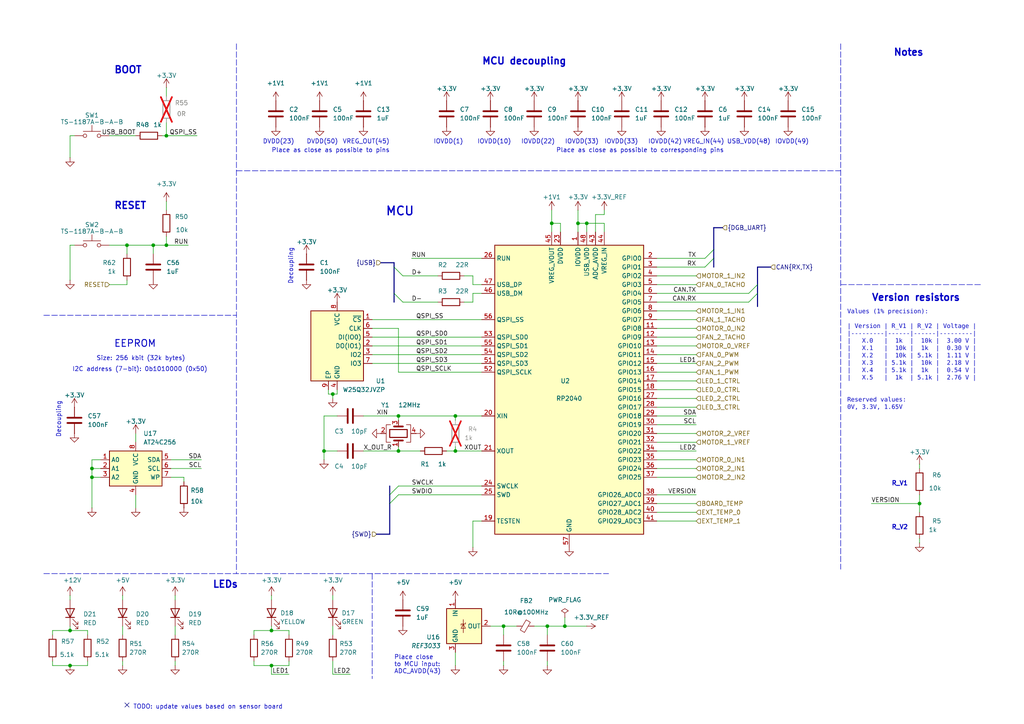
<source format=kicad_sch>
(kicad_sch (version 20231120) (generator "eeschema") (generator_version "8.0")
  (paper "A4")
  (title_block (title "Control board") (date "2024-06-11") (rev "${VERSION}") (company "TrendBit s.r.o.") (comment 1 "Designed by: Petr Malaník"))
  (bus_alias "CAN" (members "RX" "TX"))
  (bus_alias "DGB_UART" (members "RX" "TX"))
  (bus_alias "SWD" (members "SWDIO" "SWCLK"))
  (bus_alias "USB" (members "D+" "D-"))
  (junction (at 36.83 71.12))
  (junction (at 26.67 138.43))
  (junction (at 167.64 64.77))
  (junction (at 96.52 114.3))
  (junction (at 132.08 120.65))
  (junction (at 170.18 64.77))
  (junction (at 20.32 193.04))
  (junction (at 115.57 120.65))
  (junction (at 163.83 181.61))
  (junction (at 266.7 146.05))
  (junction (at 26.67 135.89))
  (junction (at 20.32 182.88))
  (junction (at 158.75 181.61))
  (junction (at 48.26 71.12))
  (junction (at 48.26 39.37))
  (junction (at 115.57 130.81))
  (junction (at 93.98 130.81))
  (junction (at 132.08 130.81))
  (junction (at 78.74 182.88))
  (junction (at 78.74 193.04))
  (junction (at 146.05 181.61))
  (junction (at 44.45 71.12))
  (junction (at 160.02 64.77))
  (no_connect (at 36.83 204.47))
  (bus_entry (at 113.03 146.05) (size 2.54 -2.54))
  (bus_entry (at 219.71 82.55) (size -2.54 2.54))
  (bus_entry (at 207.01 72.39) (size -2.54 2.54))
  (bus_entry (at 114.3 77.47) (size 2.54 2.54))
  (bus_entry (at 207.01 74.93) (size -2.54 2.54))
  (bus_entry (at 219.71 85.09) (size -2.54 2.54))
  (bus_entry (at 113.03 143.51) (size 2.54 -2.54))
  (bus_entry (at 114.3 85.09) (size 2.54 2.54))
  (wire (pts (xy 35.56 172.72) (xy 35.56 173.99)))
  (wire (pts (xy 15.24 182.88) (xy 20.32 182.88)))
  (wire (pts (xy 50.8 172.72) (xy 50.8 173.99)))
  (wire (pts (xy 190.5 118.11) (xy 201.93 118.11)))
  (wire (pts (xy 190.5 80.01) (xy 201.93 80.01)))
  (wire (pts (xy 132.08 120.65) (xy 132.08 121.92)))
  (polyline (pts (xy 12.7 166.37) (xy 176.53 166.37)) (stroke (width 0) (type dash)))
  (wire (pts (xy 158.75 181.61) (xy 158.75 184.15)))
  (wire (pts (xy 107.95 100.33) (xy 139.7 100.33)))
  (wire (pts (xy 97.79 114.3) (xy 96.52 114.3)))
  (wire (pts (xy 172.72 62.23) (xy 172.72 67.31)))
  (wire (pts (xy 31.75 39.37) (xy 39.37 39.37)))
  (wire (pts (xy 97.79 120.65) (xy 93.98 120.65)))
  (wire (pts (xy 26.67 133.35) (xy 26.67 135.89)))
  (wire (pts (xy 115.57 143.51) (xy 139.7 143.51)))
  (wire (pts (xy 190.5 90.17) (xy 201.93 90.17)))
  (wire (pts (xy 20.32 71.12) (xy 21.59 71.12)))
  (wire (pts (xy 129.54 130.81) (xy 132.08 130.81)))
  (wire (pts (xy 160.02 64.77) (xy 160.02 67.31)))
  (wire (pts (xy 190.5 97.79) (xy 201.93 97.79)))
  (wire (pts (xy 190.5 107.95) (xy 201.93 107.95)))
  (wire (pts (xy 137.16 151.13) (xy 137.16 158.75)))
  (wire (pts (xy 115.57 129.54) (xy 115.57 130.81)))
  (wire (pts (xy 115.57 120.65) (xy 132.08 120.65)))
  (wire (pts (xy 35.56 191.77) (xy 35.56 193.04)))
  (wire (pts (xy 116.84 87.63) (xy 127 87.63)))
  (wire (pts (xy 137.16 87.63) (xy 134.62 87.63)))
  (wire (pts (xy 190.5 138.43) (xy 201.93 138.43)))
  (wire (pts (xy 20.32 39.37) (xy 20.32 45.72)))
  (bus (pts (xy 219.71 82.55) (xy 219.71 85.09)))
  (wire (pts (xy 115.57 120.65) (xy 115.57 121.92)))
  (wire (pts (xy 20.32 71.12) (xy 20.32 81.28)))
  (wire (pts (xy 83.82 193.04) (xy 78.74 193.04)))
  (wire (pts (xy 175.26 62.23) (xy 172.72 62.23)))
  (wire (pts (xy 115.57 95.25) (xy 115.57 107.95)))
  (wire (pts (xy 95.25 113.03) (xy 95.25 114.3)))
  (wire (pts (xy 190.5 85.09) (xy 217.17 85.09)))
  (wire (pts (xy 46.99 39.37) (xy 48.26 39.37)))
  (wire (pts (xy 266.7 134.62) (xy 266.7 135.89)))
  (wire (pts (xy 20.32 181.61) (xy 20.32 182.88)))
  (wire (pts (xy 96.52 191.77) (xy 96.52 195.58)))
  (wire (pts (xy 50.8 191.77) (xy 50.8 193.04)))
  (wire (pts (xy 93.98 120.65) (xy 93.98 130.81)))
  (wire (pts (xy 190.5 113.03) (xy 201.93 113.03)))
  (wire (pts (xy 49.53 138.43) (xy 53.34 138.43)))
  (wire (pts (xy 49.53 133.35) (xy 58.42 133.35)))
  (wire (pts (xy 78.74 182.88) (xy 83.82 182.88)))
  (wire (pts (xy 26.67 135.89) (xy 26.67 138.43)))
  (wire (pts (xy 190.5 92.71) (xy 201.93 92.71)))
  (wire (pts (xy 15.24 191.77) (xy 15.24 193.04)))
  (wire (pts (xy 132.08 129.54) (xy 132.08 130.81)))
  (wire (pts (xy 190.5 105.41) (xy 201.93 105.41)))
  (wire (pts (xy 154.94 181.61) (xy 158.75 181.61)))
  (wire (pts (xy 25.4 184.15) (xy 25.4 182.88)))
  (polyline (pts (xy 107.95 166.37) (xy 107.95 196.85)) (stroke (width 0) (type dash)))
  (wire (pts (xy 105.41 130.81) (xy 115.57 130.81)))
  (wire (pts (xy 83.82 195.58) (xy 78.74 195.58)))
  (wire (pts (xy 160.02 60.96) (xy 160.02 64.77)))
  (wire (pts (xy 115.57 107.95) (xy 139.7 107.95)))
  (wire (pts (xy 190.5 151.13) (xy 201.93 151.13)))
  (bus (pts (xy 219.71 85.09) (xy 219.71 88.9)))
  (wire (pts (xy 190.5 102.87) (xy 201.93 102.87)))
  (wire (pts (xy 48.26 25.4) (xy 48.26 27.94)))
  (wire (pts (xy 20.32 172.72) (xy 20.32 173.99)))
  (wire (pts (xy 107.95 92.71) (xy 139.7 92.71)))
  (wire (pts (xy 107.95 102.87) (xy 139.7 102.87)))
  (wire (pts (xy 115.57 140.97) (xy 139.7 140.97)))
  (wire (pts (xy 15.24 193.04) (xy 20.32 193.04)))
  (wire (pts (xy 163.83 179.07) (xy 163.83 181.61)))
  (wire (pts (xy 83.82 182.88) (xy 83.82 184.15)))
  (wire (pts (xy 146.05 181.61) (xy 146.05 184.15)))
  (wire (pts (xy 21.59 39.37) (xy 20.32 39.37)))
  (wire (pts (xy 252.73 146.05) (xy 266.7 146.05)))
  (wire (pts (xy 158.75 181.61) (xy 163.83 181.61)))
  (wire (pts (xy 190.5 123.19) (xy 201.93 123.19)))
  (bus (pts (xy 207.01 66.04) (xy 207.01 72.39)))
  (wire (pts (xy 73.66 182.88) (xy 78.74 182.88)))
  (wire (pts (xy 48.26 39.37) (xy 57.15 39.37)))
  (wire (pts (xy 175.26 67.31) (xy 175.26 64.77)))
  (wire (pts (xy 31.75 71.12) (xy 36.83 71.12)))
  (wire (pts (xy 26.67 138.43) (xy 26.67 147.32)))
  (wire (pts (xy 101.6 195.58) (xy 96.52 195.58)))
  (wire (pts (xy 190.5 125.73) (xy 201.93 125.73)))
  (wire (pts (xy 167.64 60.96) (xy 167.64 64.77)))
  (wire (pts (xy 190.5 87.63) (xy 217.17 87.63)))
  (wire (pts (xy 26.67 135.89) (xy 29.21 135.89)))
  (wire (pts (xy 139.7 82.55) (xy 137.16 82.55)))
  (wire (pts (xy 44.45 71.12) (xy 48.26 71.12)))
  (wire (pts (xy 15.24 184.15) (xy 15.24 182.88)))
  (wire (pts (xy 48.26 35.56) (xy 48.26 39.37)))
  (wire (pts (xy 96.52 172.72) (xy 96.52 173.99)))
  (wire (pts (xy 73.66 184.15) (xy 73.66 182.88)))
  (wire (pts (xy 139.7 151.13) (xy 137.16 151.13)))
  (wire (pts (xy 115.57 130.81) (xy 121.92 130.81)))
  (wire (pts (xy 36.83 73.66) (xy 36.83 71.12)))
  (wire (pts (xy 190.5 100.33) (xy 201.93 100.33)))
  (bus (pts (xy 114.3 85.09) (xy 114.3 87.63)))
  (wire (pts (xy 97.79 113.03) (xy 97.79 114.3)))
  (wire (pts (xy 190.5 110.49) (xy 201.93 110.49)))
  (wire (pts (xy 190.5 77.47) (xy 204.47 77.47)))
  (wire (pts (xy 190.5 135.89) (xy 201.93 135.89)))
  (wire (pts (xy 190.5 133.35) (xy 201.93 133.35)))
  (wire (pts (xy 26.67 138.43) (xy 29.21 138.43)))
  (wire (pts (xy 36.83 71.12) (xy 44.45 71.12)))
  (wire (pts (xy 132.08 193.04) (xy 132.08 189.23)))
  (bus (pts (xy 114.3 76.2) (xy 114.3 77.47)))
  (polyline (pts (xy 243.84 82.55) (xy 284.48 82.55)) (stroke (width 0) (type dash)))
  (wire (pts (xy 93.98 130.81) (xy 97.79 130.81)))
  (bus (pts (xy 113.03 146.05) (xy 113.03 154.94)))
  (wire (pts (xy 29.21 133.35) (xy 26.67 133.35)))
  (polyline (pts (xy 68.58 49.53) (xy 243.84 49.53)) (stroke (width 0) (type dash)))
  (wire (pts (xy 132.08 130.81) (xy 139.7 130.81)))
  (wire (pts (xy 190.5 146.05) (xy 201.93 146.05)))
  (bus (pts (xy 113.03 140.97) (xy 113.03 143.51)))
  (wire (pts (xy 190.5 128.27) (xy 201.93 128.27)))
  (wire (pts (xy 96.52 181.61) (xy 96.52 184.15)))
  (wire (pts (xy 190.5 115.57) (xy 201.93 115.57)))
  (polyline (pts (xy 68.58 12.7) (xy 68.58 166.37)) (stroke (width 0) (type dash)))
  (wire (pts (xy 167.64 67.31) (xy 167.64 64.77)))
  (wire (pts (xy 137.16 82.55) (xy 137.16 80.01)))
  (wire (pts (xy 119.38 74.93) (xy 139.7 74.93)))
  (wire (pts (xy 25.4 191.77) (xy 25.4 193.04)))
  (bus (pts (xy 113.03 143.51) (xy 113.03 146.05)))
  (wire (pts (xy 107.95 105.41) (xy 139.7 105.41)))
  (wire (pts (xy 190.5 82.55) (xy 201.93 82.55)))
  (wire (pts (xy 39.37 143.51) (xy 39.37 147.32)))
  (wire (pts (xy 142.24 181.61) (xy 146.05 181.61)))
  (wire (pts (xy 78.74 181.61) (xy 78.74 182.88)))
  (wire (pts (xy 35.56 181.61) (xy 35.56 184.15)))
  (wire (pts (xy 36.83 82.55) (xy 36.83 81.28)))
  (wire (pts (xy 146.05 181.61) (xy 149.86 181.61)))
  (wire (pts (xy 170.18 64.77) (xy 175.26 64.77)))
  (wire (pts (xy 158.75 191.77) (xy 158.75 193.04)))
  (wire (pts (xy 25.4 182.88) (xy 20.32 182.88)))
  (wire (pts (xy 105.41 120.65) (xy 115.57 120.65)))
  (bus (pts (xy 109.22 154.94) (xy 113.03 154.94)))
  (wire (pts (xy 190.5 130.81) (xy 201.93 130.81)))
  (bus (pts (xy 207.01 74.93) (xy 207.01 77.47)))
  (wire (pts (xy 190.5 120.65) (xy 201.93 120.65)))
  (wire (pts (xy 49.53 135.89) (xy 58.42 135.89)))
  (bus (pts (xy 207.01 72.39) (xy 207.01 74.93)))
  (wire (pts (xy 93.98 130.81) (xy 93.98 133.35)))
  (wire (pts (xy 107.95 97.79) (xy 139.7 97.79)))
  (wire (pts (xy 266.7 146.05) (xy 266.7 148.59)))
  (wire (pts (xy 190.5 143.51) (xy 201.93 143.51)))
  (wire (pts (xy 146.05 191.77) (xy 146.05 193.04)))
  (wire (pts (xy 96.52 114.3) (xy 96.52 115.57)))
  (wire (pts (xy 175.26 60.96) (xy 175.26 62.23)))
  (bus (pts (xy 110.49 76.2) (xy 114.3 76.2)))
  (polyline (pts (xy 243.84 12.7) (xy 243.84 165.1)) (stroke (width 0) (type dash)))
  (wire (pts (xy 95.25 114.3) (xy 96.52 114.3)))
  (wire (pts (xy 107.95 95.25) (xy 115.57 95.25)))
  (bus (pts (xy 209.55 66.04) (xy 207.01 66.04)))
  (wire (pts (xy 44.45 71.12) (xy 44.45 73.66)))
  (wire (pts (xy 78.74 172.72) (xy 78.74 173.99)))
  (wire (pts (xy 139.7 85.09) (xy 137.16 85.09)))
  (wire (pts (xy 39.37 125.73) (xy 39.37 128.27)))
  (wire (pts (xy 167.64 64.77) (xy 170.18 64.77)))
  (wire (pts (xy 116.84 80.01) (xy 127 80.01)))
  (wire (pts (xy 78.74 193.04) (xy 78.74 195.58)))
  (wire (pts (xy 25.4 193.04) (xy 20.32 193.04)))
  (wire (pts (xy 48.26 58.42) (xy 48.26 60.96)))
  (wire (pts (xy 170.18 64.77) (xy 170.18 67.31)))
  (wire (pts (xy 190.5 148.59) (xy 201.93 148.59)))
  (wire (pts (xy 190.5 95.25) (xy 201.93 95.25)))
  (wire (pts (xy 50.8 181.61) (xy 50.8 184.15)))
  (wire (pts (xy 48.26 71.12) (xy 54.61 71.12)))
  (bus (pts (xy 219.71 77.47) (xy 219.71 82.55)))
  (wire (pts (xy 163.83 181.61) (xy 170.18 181.61)))
  (wire (pts (xy 134.62 80.01) (xy 137.16 80.01)))
  (wire (pts (xy 73.66 191.77) (xy 73.66 193.04)))
  (wire (pts (xy 137.16 85.09) (xy 137.16 87.63)))
  (wire (pts (xy 266.7 143.51) (xy 266.7 146.05)))
  (wire (pts (xy 162.56 67.31) (xy 162.56 64.77)))
  (wire (pts (xy 53.34 138.43) (xy 53.34 139.7)))
  (wire (pts (xy 48.26 68.58) (xy 48.26 71.12)))
  (bus (pts (xy 114.3 77.47) (xy 114.3 85.09)))
  (wire (pts (xy 132.08 120.65) (xy 139.7 120.65)))
  (wire (pts (xy 160.02 64.77) (xy 162.56 64.77)))
  (wire (pts (xy 266.7 156.21) (xy 266.7 157.48)))
  (wire (pts (xy 73.66 193.04) (xy 78.74 193.04)))
  (wire (pts (xy 83.82 191.77) (xy 83.82 193.04)))
  (wire (pts (xy 31.75 82.55) (xy 36.83 82.55)))
  (bus (pts (xy 223.52 77.47) (xy 219.71 77.47)))
  (wire (pts (xy 190.5 74.93) (xy 204.47 74.93)))
  (polyline (pts (xy 12.7 91.44) (xy 68.58 91.44)) (stroke (width 0) (type dash)))
  (text "TODO: update values based on sensor board" (at 60.325 205.105 0) (effects (font (size 1.27 1.27))))
  (text "VREG_OUT(45)" (at 113.03 41.91 0) (effects (font (size 1.27 1.27)) (justify right bottom)))
  (text "Version resistors" (at 252.73 87.63 0) (effects (font (size 2 2) (thickness 0.4) (bold yes)) (justify left bottom)))
  (text "Decoupling" (at 17.78 127 90) (effects (font (size 1.27 1.27)) (justify left bottom)))
  (text "MCU decoupling" (at 139.7 19.05 0) (effects (font (size 2 2) (thickness 0.4) (bold yes)) (justify left bottom)))
  (text "USB_VDD(48)" (at 210.82 41.91 0) (effects (font (size 1.27 1.27)) (justify left bottom)))
  (text "IOVDD(10)" (at 138.43 41.91 0) (effects (font (size 1.27 1.27)) (justify left bottom)))
  (text "IOVDD(22)" (at 151.13 41.91 0) (effects (font (size 1.27 1.27)) (justify left bottom)))
  (text "I2C address (7-bit): 0b1010000 (0x50)" (at 20.955 107.95 0) (effects (font (size 1.27 1.27)) (justify left bottom)))
  (text "RESET" (at 33.02 60.96 0) (effects (font (size 2 2) (thickness 0.4) (bold yes)) (justify left bottom)))
  (text "Place as close as possible to pins" (at 78.74 44.45 0) (effects (font (size 1.27 1.27)) (justify left bottom)))
  (text "EEPROM" (at 33.02 100.965 0) (effects (font (size 2 2) (thickness 0.254) (bold yes)) (justify left bottom)))
  (text "Values (1% precision):\n\n| Version | R_V1 | R_V2 | Voltage |\n|---------|------|------|---------|\n|   X.0   |  1k  |  10k |  3.00 V |\n|   X.1   |  10k |  1k  |  0.30 V |\n|   X.2   |  10k | 5.1k |  1.11 V |\n|   X.3   | 5.1k |  10k |  2.18 V |\n|   X.4   | 5.1k |  1k  |  0.54 V |\n|   X.5   |  1k  | 5.1k |  2.76 V |\n\n\nReserved values:\n0V, 3.3V, 1.65V" (at 245.745 119.38 0) (effects (font (size 1.27 1.27)) (justify left bottom)))
  (text "BOOT" (at 33.02 21.59 0) (effects (font (size 2 2) (thickness 0.4) (bold yes)) (justify left bottom)))
  (text "IOVDD(49)" (at 224.79 41.91 0) (effects (font (size 1.27 1.27)) (justify left bottom)))
  (text "R_V2" (at 260.985 153.035 0) (effects (font (size 1.27 1.27) (bold yes))))
  (text "IOVDD(33)" (at 175.26 41.91 0) (effects (font (size 1.27 1.27)) (justify left bottom)))
  (text "Size: 256 kbit (32k bytes)" (at 27.94 104.775 0) (effects (font (size 1.27 1.27)) (justify left bottom)))
  (text "IOVDD(33)" (at 163.83 41.91 0) (effects (font (size 1.27 1.27)) (justify left bottom)))
  (text "Place as close as possible to corresponding pins" (at 161.29 44.45 0) (effects (font (size 1.27 1.27)) (justify left bottom)))
  (text "IOVDD(42)" (at 187.96 41.91 0) (effects (font (size 1.27 1.27)) (justify left bottom)))
  (text "Notes" (at 259.08 16.51 0) (effects (font (size 2 2) (thickness 0.4) (bold yes)) (justify left bottom)))
  (text "Place close\nto MCU input:\nADC_AVDD(43)" (at 114.3 195.58 0) (effects (font (size 1.27 1.27)) (justify left bottom)))
  (text "VREG_IN(44)" (at 198.12 41.91 0) (effects (font (size 1.27 1.27)) (justify left bottom)))
  (text "LEDs" (at 61.595 170.815 0) (effects (font (size 2 2) (thickness 0.4) (bold yes)) (justify left bottom)))
  (text "Decoupling" (at 85.09 82.55 90) (effects (font (size 1.27 1.27)) (justify left bottom)))
  (text "DVDD(50)" (at 88.9 41.91 0) (effects (font (size 1.27 1.27)) (justify left bottom)))
  (text "MCU" (at 111.76 62.865 0) (effects (font (size 2.5 2.5) (thickness 0.4) (bold yes)) (justify left bottom)))
  (text "R_V1" (at 260.985 140.335 0) (effects (font (size 1.27 1.27) (bold yes))))
  (text "DVDD(23)" (at 76.2 41.91 0) (effects (font (size 1.27 1.27)) (justify left bottom)))
  (text "IOVDD(1)" (at 125.73 41.91 0) (effects (font (size 1.27 1.27)) (justify left bottom)))
  (label "QSPI_SCLK" (at 120.65 107.95 0))
  (label "VERSION" (at 201.93 143.51 180))
  (label "QSPI_SD0" (at 120.65 97.79 0))
  (label "CAN.TX" (at 201.93 85.09 180))
  (label "RUN" (at 54.61 71.12 180))
  (label "SWDIO" (at 119.38 143.51 0))
  (label "D-" (at 119.38 87.63 0))
  (label "QSPI_SD2" (at 120.65 102.87 0))
  (label "QSPI_SD1" (at 120.65 100.33 0))
  (label "SCL" (at 201.93 123.19 180))
  (label "VERSION" (at 252.73 146.05 0))
  (label "LED1" (at 201.93 105.41 180))
  (label "SDA" (at 58.42 133.35 180))
  (label "LED1" (at 83.82 195.58 180))
  (label "QSPI_SS" (at 120.65 92.71 0))
  (label "QSPI_SD3" (at 120.65 105.41 0))
  (label "SWCLK" (at 119.38 140.97 0))
  (label "D+" (at 119.38 80.01 0))
  (label "USB_BOOT" (at 39.37 39.37 180))
  (label "SCL" (at 58.42 135.89 180))
  (label "CAN.RX" (at 201.93 87.63 180))
  (label "QSPI_SS" (at 57.15 39.37 180))
  (label "XOUT" (at 134.62 130.81 0))
  (label "SDA" (at 201.93 120.65 180))
  (label "LED2" (at 101.6 195.58 180))
  (label "RUN" (at 119.38 74.93 0))
  (label "TX" (at 201.93 74.93 180))
  (label "X_OUT_R" (at 105.41 130.81 0))
  (label "RX" (at 201.93 77.47 180))
  (label "LED2" (at 201.93 130.81 180))
  (label "XIN" (at 109.22 120.65 0))
  (hierarchical_label "{DGB_UART}" (shape input) (at 209.55 66.04 0))
  (hierarchical_label "MOTOR_1_VREF" (shape input) (at 201.93 128.27 0))
  (hierarchical_label "FAN_2_TACHO" (shape input) (at 201.93 97.79 0))
  (hierarchical_label "CAN{RX,TX}" (shape input) (at 223.52 77.47 0))
  (hierarchical_label "LED_1_CTRL" (shape input) (at 201.93 110.49 0))
  (hierarchical_label "LED_2_CTRL" (shape input) (at 201.93 115.57 0))
  (hierarchical_label "{SWD}" (shape input) (at 109.22 154.94 180))
  (hierarchical_label "FAN_0_TACHO" (shape input) (at 201.93 82.55 0))
  (hierarchical_label "MOTOR_1_IN1" (shape input) (at 201.93 90.17 0))
  (hierarchical_label "LED_3_CTRL" (shape input) (at 201.93 118.11 0))
  (hierarchical_label "MOTOR_2_VREF" (shape input) (at 201.93 125.73 0))
  (hierarchical_label "MOTOR_2_IN2" (shape input) (at 201.93 138.43 0))
  (hierarchical_label "MOTOR_0_IN1" (shape input) (at 201.93 133.35 0))
  (hierarchical_label "EXT_TEMP_1" (shape input) (at 201.93 151.13 0))
  (hierarchical_label "FAN_1_PWM" (shape input) (at 201.93 107.95 0))
  (hierarchical_label "FAN_0_PWM" (shape input) (at 201.93 102.87 0))
  (hierarchical_label "{USB}" (shape input) (at 110.49 76.2 180))
  (hierarchical_label "EXT_TEMP_0" (shape input) (at 201.93 148.59 0))
  (hierarchical_label "RESET" (shape input) (at 31.75 82.55 180))
  (hierarchical_label "LED_0_CTRL" (shape input) (at 201.93 113.03 0))
  (hierarchical_label "FAN_2_PWM" (shape input) (at 201.93 105.41 0))
  (hierarchical_label "MOTOR_1_IN2" (shape input) (at 201.93 80.01 0))
  (hierarchical_label "MOTOR_0_IN2" (shape input) (at 201.93 95.25 0))
  (hierarchical_label "MOTOR_2_IN1" (shape input) (at 201.93 135.89 0))
  (hierarchical_label "FAN_1_TACHO" (shape input) (at 201.93 92.71 0))
  (hierarchical_label "MOTOR_0_VREF" (shape input) (at 201.93 100.33 0))
  (hierarchical_label "BOARD_TEMP" (shape input) (at 201.93 146.05 0))
  (symbol (lib_id "Device:LED") (at 35.56 177.8 90) (unit 1)
    (property "Reference" "D20" (at 39.37 178.1175 90) (effects (justify right)))
    (property "Value" "RED" (at 39.37 180.6575 90) (effects (justify right)))
    (property "Footprint" "LED_SMD:LED_0603_1608Metric" (effects (hide yes)))
    (property "Link" "https://cz.mouser.com/ProductDetail/755-SML-D12V8WT86" (effects (hide yes)))
    (property "MPN" "KT-0603R" (effects (hide yes)))
    (property "JLCPCB" "C2286" (effects (hide yes)))
    (property "MPNA" "SML-D12V8WT86 " (effects (hide yes)))
    (property "Mouser" "https://cz.mouser.com/ProductDetail/ROHM-Semiconductor/SML-D12V8WT86?qs=4kLU8WoGk0uh2PhEoCCv1w%3D%3D" (effects (hide yes)))
    (property "LCSC" "C2286" (effects (hide yes)))
  )
  (symbol (lib_id "Device:C") (at 158.75 187.96 0) (unit 1)
    (property "Reference" "C60" (at 162.56 186.6899 0) (effects (justify left)))
    (property "Value" "100nF" (at 162.56 189.2299 0) (effects (justify left)))
    (property "Footprint" "Capacitor_SMD:C_0603_1608Metric" (effects (hide yes)))
    (property "Description" "Unpolarized capacitor" (effects (hide yes)))
    (property "LCSC" "C14663" (effects (hide yes)))
  )
  (symbol (lib_id "Device:FerriteBead_Small") (at 152.4 181.61 90) (unit 1)
    (property "Reference" "FB2" (at 152.654 174.244 90))
    (property "Value" "10R@100MHz" (at 152.654 177.546 90))
    (property "Footprint" "Inductor_SMD:L_0603_1608Metric" (effects (hide yes)))
    (property "Description" "Ferrite bead, small symbol" (effects (hide yes)))
    (property "Link" "https://cz.mouser.com/ProductDetail/Murata-Electronics/BLM21PG220SN1D?qs=tuW2Z%252BT4A0yqSWmso6vkmg%3D%3D" (effects (hide yes)))
    (property "MPN" " GZ1608D601TF" (effects (hide yes)))
    (property "MPNA" "BLE18PK100SN1D" (effects (hide yes)))
    (property "Mouser" "https://cz.mouser.com/ProductDetail/Murata-Electronics/BLE18PK100SN1D?qs=W%2FMpXkg%252BdQ6tzBmLeY1psA%3D%3D" (effects (hide yes)))
    (property "LCSC" "C2971881" (effects (hide yes)))
  )
  (symbol (lib_id "power:+3.3V") (at 97.79 87.63 0) (unit 1)
    (property "Reference" "#PWR013" (effects (hide yes)))
    (property "Value" "+3.3V" (at 97.79 84.1281 0))
    (property "Description" "Power symbol creates a global label with name \"+3.3V\"" (effects (hide yes)))
  )
  (symbol (lib_id "power:+3.3V") (at 129.54 29.21 0) (unit 1)
    (property "Reference" "#PWR021" (effects (hide yes)))
    (property "Value" "+3.3V" (at 129.54 25.7081 0))
    (property "Description" "Power symbol creates a global label with name \"+3.3V\"" (effects (hide yes)))
  )
  (symbol (lib_id "power:GND") (at 80.01 36.83 0) (unit 1)
    (property "Reference" "#PWR011" (effects (hide yes)))
    (property "Value" "GND" (effects (hide yes)))
    (property "Description" "Power symbol creates a global label with name \"GND\" , ground" (effects (hide yes)))
  )
  (symbol (lib_id "power:GND") (at 142.24 36.83 0) (unit 1)
    (property "Reference" "#PWR024" (effects (hide yes)))
    (property "Value" "GND" (effects (hide yes)))
    (property "Description" "Power symbol creates a global label with name \"GND\" , ground" (effects (hide yes)))
  )
  (symbol (lib_id "power:GND") (at 96.52 115.57 0) (unit 1)
    (property "Reference" "#PWR012" (effects (hide yes)))
    (property "Value" "GND" (effects (hide yes)))
    (property "Description" "Power symbol creates a global label with name \"GND\" , ground" (effects (hide yes)))
  )
  (symbol (lib_id "Device:R") (at 266.7 139.7 180) (unit 1)
    (property "Reference" "R6" (at 273.05 137.795 0) (effects (justify left)))
    (property "Value" "10k" (at 273.05 141.605 0) (effects (justify left)))
    (property "Footprint" "Resistor_SMD:R_0603_1608Metric" (effects (hide yes)))
    (property "LCSC" "C25804" (effects (hide yes)))
  )
  (symbol (lib_id "power:+3.3V") (at 50.8 172.72 0) (unit 1)
    (property "Reference" "#PWR0193" (effects (hide yes)))
    (property "Value" "+3.3V" (at 50.8 168.275 0))
    (property "Description" "Power symbol creates a global label with name \"+3.3V\"" (effects (hide yes)))
  )
  (symbol (lib_id "power:+3.3V") (at 39.37 125.73 0) (unit 1)
    (property "Reference" "#PWR0198" (effects (hide yes)))
    (property "Value" "+3.3V" (at 39.37 122.2281 0))
    (property "Description" "Power symbol creates a global label with name \"+3.3V\"" (effects (hide yes)))
  )
  (symbol (lib_id "Device:C") (at 146.05 187.96 0) (unit 1)
    (property "Reference" "C58" (at 149.86 186.6899 0) (effects (justify left)))
    (property "Value" "100nF" (at 149.86 189.2299 0) (effects (justify left)))
    (property "Footprint" "Capacitor_SMD:C_0603_1608Metric" (effects (hide yes)))
    (property "Description" "Unpolarized capacitor" (effects (hide yes)))
    (property "LCSC" "C14663" (effects (hide yes)))
  )
  (symbol (lib_id "power:GND") (at 165.1 158.75 0) (unit 1)
    (property "Reference" "#PWR026" (effects (hide yes)))
    (property "Value" "GND" (effects (hide yes)))
    (property "Description" "Power symbol creates a global label with name \"GND\" , ground" (effects (hide yes)))
  )
  (symbol (lib_id "Device:C") (at 92.71 33.02 0) (unit 1)
    (property "Reference" "C5" (at 96.52 31.7499 0) (effects (justify left)))
    (property "Value" "100nF" (at 96.52 34.2899 0) (effects (justify left)))
    (property "Footprint" "Capacitor_SMD:C_0603_1608Metric" (effects (hide yes)))
    (property "Description" "Unpolarized capacitor" (effects (hide yes)))
    (property "LCSC" "C14663" (effects (hide yes)))
  )
  (symbol (lib_id "Device:R") (at 36.83 77.47 180) (unit 1)
    (property "Reference" "R62" (at 33.655 76.2 0) (effects (justify left)))
    (property "Value" "1k" (at 33.655 78.74 0) (effects (justify left)))
    (property "Footprint" "Resistor_SMD:R_0603_1608Metric" (effects (hide yes)))
    (property "LCSC" "C21190" (effects (hide yes)))
  )
  (symbol (lib_id "Device:R") (at 130.81 80.01 270) (mirror x) (unit 1)
    (property "Reference" "R2" (at 127 76.835 90) (effects (justify left)))
    (property "Value" "22R" (at 132.08 76.835 90) (effects (justify left)))
    (property "Footprint" "Resistor_SMD:R_0603_1608Metric" (effects (hide yes)))
    (property "LCSC" "C23345" (effects (hide yes)))
  )
  (symbol (lib_id "Device:C") (at 80.01 33.02 0) (unit 1)
    (property "Reference" "C2" (at 83.82 31.7499 0) (effects (justify left)))
    (property "Value" "100nF" (at 83.82 34.2899 0) (effects (justify left)))
    (property "Footprint" "Capacitor_SMD:C_0603_1608Metric" (effects (hide yes)))
    (property "Description" "Unpolarized capacitor" (effects (hide yes)))
    (property "LCSC" "C14663" (effects (hide yes)))
  )
  (symbol (lib_id "power:GND") (at 20.32 193.04 0) (unit 1)
    (property "Reference" "#PWR0186" (effects (hide yes)))
    (property "Value" "GND" (effects (hide yes)))
    (property "Description" "Power symbol creates a global label with name \"GND\" , ground" (effects (hide yes)))
  )
  (symbol (lib_id "Device:C") (at 88.9 77.47 0) (unit 1)
    (property "Reference" "C1" (at 92.71 76.1999 0) (effects (justify left)))
    (property "Value" "100nF" (at 92.71 78.7399 0) (effects (justify left)))
    (property "Footprint" "Capacitor_SMD:C_0603_1608Metric" (effects (hide yes)))
    (property "Description" "Unpolarized capacitor" (effects (hide yes)))
    (property "LCSC" "C14663" (effects (hide yes)))
  )
  (symbol (lib_id "Device:C") (at 191.77 33.02 0) (unit 1)
    (property "Reference" "C12" (at 195.58 31.7499 0) (effects (justify left)))
    (property "Value" "100nF" (at 195.58 34.2899 0) (effects (justify left)))
    (property "Footprint" "Capacitor_SMD:C_0603_1608Metric" (effects (hide yes)))
    (property "Description" "Unpolarized capacitor" (effects (hide yes)))
    (property "LCSC" "C14663" (effects (hide yes)))
  )
  (symbol (lib_id "Device:R") (at 53.34 143.51 0) (unit 1)
    (property "Reference" "R58" (at 55.245 142.24 0) (effects (justify left)))
    (property "Value" "10k" (at 55.245 145.415 0) (effects (justify left)))
    (property "Footprint" "Resistor_SMD:R_0603_1608Metric" (effects (hide yes)))
    (property "LCSC" "C25804" (effects (hide yes)))
  )
  (symbol (lib_id "Device:R") (at 266.7 152.4 0) (mirror y) (unit 1)
    (property "Reference" "R5" (at 273.05 151.13 0) (effects (justify left)))
    (property "Value" "1k" (at 271.78 153.67 0) (effects (justify left)))
    (property "Footprint" "Resistor_SMD:R_0603_1608Metric" (effects (hide yes)))
    (property "LCSC" "C21190" (effects (hide yes)))
  )
  (symbol (lib_id "Device:C") (at 154.94 33.02 0) (unit 1)
    (property "Reference" "C9" (at 158.75 31.7499 0) (effects (justify left)))
    (property "Value" "100nF" (at 158.75 34.2899 0) (effects (justify left)))
    (property "Footprint" "Capacitor_SMD:C_0603_1608Metric" (effects (hide yes)))
    (property "Description" "Unpolarized capacitor" (effects (hide yes)))
    (property "LCSC" "C14663" (effects (hide yes)))
  )
  (symbol (lib_id "power:+1V1") (at 80.01 29.21 0) (unit 1)
    (property "Reference" "#PWR010" (effects (hide yes)))
    (property "Value" "+1V1" (at 80.01 24.13 0))
    (property "Description" "Power symbol creates a global label with name \"+1V1\"" (effects (hide yes)))
  )
  (symbol (lib_id "power:GND") (at 146.05 193.04 0) (unit 1)
    (property "Reference" "#PWR0188" (effects (hide yes)))
    (property "Value" "GND" (effects (hide yes)))
    (property "Description" "Power symbol creates a global label with name \"GND\" , ground" (effects (hide yes)))
  )
  (symbol (lib_id "power:GND") (at 204.47 36.83 0) (unit 1)
    (property "Reference" "#PWR038" (effects (hide yes)))
    (property "Value" "GND" (effects (hide yes)))
    (property "Description" "Power symbol creates a global label with name \"GND\" , ground" (effects (hide yes)))
  )
  (symbol (lib_id "power:GND") (at 20.32 81.28 0) (unit 1)
    (property "Reference" "#PWR0175" (effects (hide yes)))
    (property "Value" "GND" (effects (hide yes)))
    (property "Description" "Power symbol creates a global label with name \"GND\" , ground" (effects (hide yes)))
  )
  (symbol (lib_id "power:+3.3V") (at 175.26 60.96 0) (unit 1)
    (property "Reference" "#PWR030" (effects (hide yes)))
    (property "Value" "+3.3V_REF" (at 171.45 57.15 0) (effects (justify left)))
    (property "Description" "Power symbol creates a global label with name \"+3.3V\"" (effects (hide yes)))
  )
  (symbol (lib_id "power:+1V1") (at 105.41 29.21 0) (unit 1)
    (property "Reference" "#PWR017" (effects (hide yes)))
    (property "Value" "+1V1" (at 105.41 24.13 0))
    (property "Description" "Power symbol creates a global label with name \"+1V1\"" (effects (hide yes)))
  )
  (symbol (lib_id "power:GND") (at 53.34 147.32 0) (mirror y) (unit 1)
    (property "Reference" "#PWR0199" (effects (hide yes)))
    (property "Value" "GND" (effects (hide yes)))
    (property "Description" "Power symbol creates a global label with name \"GND\" , ground" (effects (hide yes)))
  )
  (symbol (lib_id "Memory_Flash:W25Q32JVZP") (at 97.79 100.33 0) (mirror y) (unit 1)
    (property "Reference" "U1" (at 111.76 110.49 0) (effects (justify left)))
    (property "Value" "W25Q32JVZP" (at 111.76 113.03 0) (effects (justify left)))
    (property "Footprint" "Package_SON:WSON-8-1EP_6x5mm_P1.27mm_EP3.4x4.3mm" (effects (hide yes)))
    (property "Datasheet" "http://www.winbond.com/resource-files/w25q32jv%20revg%2003272018%20plus.pdf" (effects (hide yes)))
    (property "LCSC" "C571260" (effects (hide yes)))
    (property "MPN" "W25Q32JVZPIQ" (effects (hide yes)))
  )
  (symbol (lib_id "Device:R") (at 15.24 187.96 180) (unit 1)
    (property "Reference" "R57" (at 21.59 186.055 0) (effects (justify left)))
    (property "Value" "5.1k" (at 21.59 189.865 0) (effects (justify left)))
    (property "Footprint" "Resistor_SMD:R_0603_1608Metric" (effects (hide yes)))
    (property "LCSC" "C122969" (effects (hide yes)))
  )
  (symbol (lib_id "Device:R") (at 83.82 187.96 0) (unit 1)
    (property "Reference" "R49" (at 85.725 186.69 0) (effects (justify left)))
    (property "Value" "270R" (at 85.725 189.23 0) (effects (justify left)))
    (property "Footprint" "Resistor_SMD:R_0603_1608Metric" (effects (hide yes)))
    (property "LCSC" " C22966" (effects (hide yes)))
  )
  (symbol (lib_id "Device:C") (at 167.64 33.02 0) (unit 1)
    (property "Reference" "C10" (at 171.45 31.7499 0) (effects (justify left)))
    (property "Value" "100nF" (at 171.45 34.2899 0) (effects (justify left)))
    (property "Footprint" "Capacitor_SMD:C_0603_1608Metric" (effects (hide yes)))
    (property "Description" "Unpolarized capacitor" (effects (hide yes)))
    (property "LCSC" "C14663" (effects (hide yes)))
  )
  (symbol (lib_id "Device:C") (at 116.84 177.8 0) (unit 1)
    (property "Reference" "C59" (at 120.65 176.5299 0) (effects (justify left)))
    (property "Value" "1uF" (at 120.65 179.0699 0) (effects (justify left)))
    (property "Footprint" "Capacitor_SMD:C_0603_1608Metric" (effects (hide yes)))
    (property "Description" "Unpolarized capacitor" (effects (hide yes)))
    (property "LCSC" "C15849" (effects (hide yes)))
  )
  (symbol (lib_id "power:+3.3V") (at 266.7 134.62 0) (unit 1)
    (property "Reference" "#PWR043" (effects (hide yes)))
    (property "Value" "+3.3V" (at 266.7 131.1181 0))
    (property "Description" "Power symbol creates a global label with name \"+3.3V\"" (effects (hide yes)))
  )
  (symbol (lib_id "Device:C") (at 180.34 33.02 0) (unit 1)
    (property "Reference" "C11" (at 184.15 31.7499 0) (effects (justify left)))
    (property "Value" "1uF" (at 184.15 34.2899 0) (effects (justify left)))
    (property "Footprint" "Capacitor_SMD:C_0603_1608Metric" (effects (hide yes)))
    (property "Description" "Unpolarized capacitor" (effects (hide yes)))
    (property "LCSC" "C15849" (effects (hide yes)))
  )
  (symbol (lib_id "power:GND") (at 228.6 36.83 0) (unit 1)
    (property "Reference" "#PWR042" (effects (hide yes)))
    (property "Value" "GND" (effects (hide yes)))
    (property "Description" "Power symbol creates a global label with name \"GND\" , ground" (effects (hide yes)))
  )
  (symbol (lib_id "power:+1V1") (at 160.02 60.96 0) (unit 1)
    (property "Reference" "#PWR025" (effects (hide yes)))
    (property "Value" "+1V1" (at 160.02 57.15 0))
    (property "Description" "Power symbol creates a global label with name \"+1V1\"" (effects (hide yes)))
  )
  (symbol (lib_id "power:GND") (at 167.64 36.83 0) (unit 1)
    (property "Reference" "#PWR032" (effects (hide yes)))
    (property "Value" "GND" (effects (hide yes)))
    (property "Description" "Power symbol creates a global label with name \"GND\" , ground" (effects (hide yes)))
  )
  (symbol (lib_id "power:+3.3V") (at 48.26 58.42 0) (unit 1)
    (property "Reference" "#PWR0178" (effects (hide yes)))
    (property "Value" "+3.3V" (at 48.26 53.34 0))
    (property "Description" "Power symbol creates a global label with name \"+3.3V\"" (effects (hide yes)))
  )
  (symbol (lib_id "power:+3.3V") (at 167.64 60.96 0) (unit 1)
    (property "Reference" "#PWR029" (effects (hide yes)))
    (property "Value" "+3.3V" (at 167.64 57.15 0))
    (property "Description" "Power symbol creates a global label with name \"+3.3V\"" (effects (hide yes)))
  )
  (symbol (lib_id "power:+3.3V") (at 191.77 29.21 0) (unit 1)
    (property "Reference" "#PWR035" (effects (hide yes)))
    (property "Value" "+3.3V" (at 191.77 25.7081 0))
    (property "Description" "Power symbol creates a global label with name \"+3.3V\"" (effects (hide yes)))
  )
  (symbol (lib_id "Device:C") (at 21.59 121.92 0) (unit 1)
    (property "Reference" "C57" (at 25.4 120.6499 0) (effects (justify left)))
    (property "Value" "100nF" (at 25.4 123.1899 0) (effects (justify left)))
    (property "Footprint" "Capacitor_SMD:C_0603_1608Metric" (effects (hide yes)))
    (property "Description" "Unpolarized capacitor" (effects (hide yes)))
    (property "LCSC" "C14663" (effects (hide yes)))
  )
  (symbol (lib_id "Device:R") (at 125.73 130.81 270) (mirror x) (unit 1)
    (property "Reference" "R1" (at 121.92 134.62 90) (effects (justify left)))
    (property "Value" "1k" (at 127 134.62 90) (effects (justify left)))
    (property "Footprint" "Resistor_SMD:R_0603_1608Metric" (effects (hide yes)))
    (property "LCSC" "C21190" (effects (hide yes)))
  )
  (symbol (lib_id "Device:Crystal_GND24") (at 115.57 125.73 90) (unit 1)
    (property "Reference" "Y1" (at 111.76 117.475 90))
    (property "Value" "12MHz" (at 118.745 117.475 90))
    (property "Footprint" "Crystal:Crystal_SMD_Abracon_ABM8G-4Pin_3.2x2.5mm" (effects (hide yes)))
    (property "Description" "Four pin crystal, GND on pins 2 and 4" (effects (hide yes)))
    (property "Mouser" "https://cz.mouser.com/ProductDetail/ABRACON/ABM8G-12.000MHZ-4Y-T3?qs=hxOQwdLlgepjgH1DpgEPEA%3D%3D" (effects (hide yes)))
    (property "MPN" "ABM8G-12.000MHZ-4Y-T3" (effects (hide yes)))
    (property "MPNA" " CF4012M00010T8188032" (effects (hide yes)))
    (property "LCSC" "C2933034" (effects (hide yes)))
  )
  (symbol (lib_id "power:GND") (at 132.08 193.04 0) (mirror y) (unit 1)
    (property "Reference" "#PWR0184" (effects (hide yes)))
    (property "Value" "GND" (effects (hide yes)))
    (property "Description" "Power symbol creates a global label with name \"GND\" , ground" (effects (hide yes)))
  )
  (symbol (lib_id "power:+5V") (at 35.56 172.72 0) (unit 1)
    (property "Reference" "#PWR0194" (effects (hide yes)))
    (property "Value" "+5V" (at 35.56 168.275 0))
    (property "Description" "Power symbol creates a global label with name \"+5V\"" (effects (hide yes)))
  )
  (symbol (lib_id "power:+3.3V") (at 21.59 118.11 0) (unit 1)
    (property "Reference" "#PWR0179" (effects (hide yes)))
    (property "Value" "+3.3V" (at 21.59 114.6081 0))
    (property "Description" "Power symbol creates a global label with name \"+3.3V\"" (effects (hide yes)))
  )
  (symbol (lib_id "Device:R") (at 132.08 125.73 0) (mirror y) (unit 1) (in_bom no) (dnp yes)
    (property "Reference" "R4" (at 138.43 124.46 0) (effects (justify left)))
    (property "Value" "1k" (at 137.16 127 0) (effects (justify left)))
    (property "Footprint" "Resistor_SMD:R_0603_1608Metric" (effects (hide yes)))
  )
  (symbol (lib_id "power:GND") (at 26.67 147.32 0) (mirror y) (unit 1)
    (property "Reference" "#PWR0197" (effects (hide yes)))
    (property "Value" "GND" (effects (hide yes)))
    (property "Description" "Power symbol creates a global label with name \"GND\" , ground" (effects (hide yes)))
  )
  (symbol (lib_id "Device:C") (at 44.45 77.47 0) (unit 1)
    (property "Reference" "C56" (at 48.26 76.1999 0) (effects (justify left)))
    (property "Value" "1uF" (at 48.26 78.7399 0) (effects (justify left)))
    (property "Footprint" "Capacitor_SMD:C_0603_1608Metric" (effects (hide yes)))
    (property "Description" "Unpolarized capacitor" (effects (hide yes)))
    (property "LCSC" "C15849" (effects (hide yes)))
  )
  (symbol (lib_id "power:GND") (at 44.45 81.28 0) (unit 1)
    (property "Reference" "#PWR0176" (effects (hide yes)))
    (property "Value" "GND" (effects (hide yes)))
    (property "Description" "Power symbol creates a global label with name \"GND\" , ground" (effects (hide yes)))
  )
  (symbol (lib_id "power:GND") (at 154.94 36.83 0) (unit 1)
    (property "Reference" "#PWR028" (effects (hide yes)))
    (property "Value" "GND" (effects (hide yes)))
    (property "Description" "Power symbol creates a global label with name \"GND\" , ground" (effects (hide yes)))
  )
  (symbol (lib_id "power:+3.3V") (at 215.9 29.21 0) (unit 1)
    (property "Reference" "#PWR039" (effects (hide yes)))
    (property "Value" "+3.3V" (at 215.9 25.7081 0))
    (property "Description" "Power symbol creates a global label with name \"+3.3V\"" (effects (hide yes)))
  )
  (symbol (lib_id "Device:C") (at 142.24 33.02 0) (unit 1)
    (property "Reference" "C8" (at 146.05 31.7499 0) (effects (justify left)))
    (property "Value" "100nF" (at 146.05 34.2899 0) (effects (justify left)))
    (property "Footprint" "Capacitor_SMD:C_0603_1608Metric" (effects (hide yes)))
    (property "Description" "Unpolarized capacitor" (effects (hide yes)))
    (property "LCSC" "C14663" (effects (hide yes)))
  )
  (symbol (lib_id "Device:LED") (at 20.32 177.8 90) (unit 1)
    (property "Reference" "D21" (at 24.13 178.1175 90) (effects (justify right)))
    (property "Value" "RED" (at 24.13 180.6575 90) (effects (justify right)))
    (property "Footprint" "LED_SMD:LED_0603_1608Metric" (effects (hide yes)))
    (property "Link" "https://cz.mouser.com/ProductDetail/755-SML-D12V8WT86" (effects (hide yes)))
    (property "MPN" "KT-0603R" (effects (hide yes)))
    (property "JLCPCB" "C2286" (effects (hide yes)))
    (property "MPNA" "SML-D12V8WT86 " (effects (hide yes)))
    (property "Mouser" "https://cz.mouser.com/ProductDetail/ROHM-Semiconductor/SML-D12V8WT86?qs=4kLU8WoGk0uh2PhEoCCv1w%3D%3D" (effects (hide yes)))
    (property "LCSC" "C2286" (effects (hide yes)))
  )
  (symbol (lib_id "power:GND") (at 35.56 193.04 0) (unit 1)
    (property "Reference" "#PWR0187" (effects (hide yes)))
    (property "Value" "GND" (effects (hide yes)))
    (property "Description" "Power symbol creates a global label with name \"GND\" , ground" (effects (hide yes)))
  )
  (symbol (lib_id "Device:R") (at 43.18 39.37 270) (mirror x) (unit 1)
    (property "Reference" "R48" (at 39.37 36.195 90) (effects (justify left)))
    (property "Value" "1k" (at 44.45 36.195 90) (effects (justify left)))
    (property "Footprint" "Resistor_SMD:R_0603_1608Metric" (effects (hide yes)))
    (property "LCSC" "C21190" (effects (hide yes)))
  )
  (symbol (lib_id "power:GND") (at 180.34 36.83 0) (unit 1)
    (property "Reference" "#PWR034" (effects (hide yes)))
    (property "Value" "GND" (effects (hide yes)))
    (property "Description" "Power symbol creates a global label with name \"GND\" , ground" (effects (hide yes)))
  )
  (symbol (lib_id "Memory_EEPROM:CAT24C256") (at 39.37 135.89 0) (unit 1)
    (property "Reference" "U17" (at 41.5641 125.73 0) (effects (justify left)))
    (property "Value" "AT24C256" (at 41.5641 128.27 0) (effects (justify left)))
    (property "Footprint" "Package_SO:SOIC-8_3.9x4.9mm_P1.27mm" (effects (hide yes)))
    (property "Datasheet" "https://www.onsemi.cn/PowerSolutions/document/CAT24C256-D.PDF" (effects (hide yes)))
    (property "Description" "256 kb CMOS Serial EEPROM, DIP-8/SOIC-8/TSSOP-8/DFN-8" (effects (hide yes)))
    (property "LCSC" "C6482" (effects (hide yes)))
    (property "MPN" "AT24C256C-SSHL-T" (effects (hide yes)))
  )
  (symbol (lib_id "power:+5V") (at 132.08 173.99 0) (unit 1)
    (property "Reference" "#PWR0181" (effects (hide yes)))
    (property "Value" "+5V" (at 132.08 168.91 0))
    (property "Description" "Power symbol creates a global label with name \"+5V\"" (effects (hide yes)))
  )
  (symbol (lib_id "power:+3.3V") (at 228.6 29.21 0) (unit 1)
    (property "Reference" "#PWR041" (effects (hide yes)))
    (property "Value" "+3.3V" (at 228.6 25.7081 0))
    (property "Description" "Power symbol creates a global label with name \"+3.3V\"" (effects (hide yes)))
  )
  (symbol (lib_id "Device:R") (at 73.66 187.96 0) (unit 1)
    (property "Reference" "R56" (at 75.565 186.69 0) (effects (justify left)))
    (property "Value" "270R" (at 75.565 189.23 0) (effects (justify left)))
    (property "Footprint" "Resistor_SMD:R_0603_1608Metric" (effects (hide yes)))
    (property "LCSC" " C22966" (effects (hide yes)))
  )
  (symbol (lib_id "power:+3.3V") (at 180.34 29.21 0) (unit 1)
    (property "Reference" "#PWR033" (effects (hide yes)))
    (property "Value" "+3.3V" (at 180.34 25.7081 0))
    (property "Description" "Power symbol creates a global label with name \"+3.3V\"" (effects (hide yes)))
  )
  (symbol (lib_id "power:+3.3V") (at 170.18 181.61 270) (unit 1)
    (property "Reference" "#PWR0189" (effects (hide yes)))
    (property "Value" "+3.3V_REF" (at 166.37 179.07 90) (effects (justify left)))
    (property "Description" "Power symbol creates a global label with name \"+3.3V\"" (effects (hide yes)))
  )
  (symbol (lib_id "Switch:SW_Push") (at 26.67 71.12 0) (unit 1)
    (property "Reference" "SW2" (at 26.67 65.1891 0))
    (property "Value" "TS-1187A-B-A-B" (at 26.67 67.1101 0))
    (property "Footprint" "Button_Switch_SMD:SW_SPST_TL3342" (effects (hide yes)))
    (property "LCSC" "C318884" (effects (hide yes)))
    (property "MPN" "TS-1187A-B-A-B" (effects (hide yes)))
  )
  (symbol (lib_id "Device:R") (at 50.8 187.96 0) (unit 1)
    (property "Reference" "R54" (at 52.705 186.69 0) (effects (justify left)))
    (property "Value" "270R" (at 52.705 189.23 0) (effects (justify left)))
    (property "Footprint" "Resistor_SMD:R_0603_1608Metric" (effects (hide yes)))
    (property "LCSC" " C22966" (effects (hide yes)))
  )
  (symbol (lib_id "power:PWR_FLAG") (at 163.83 179.07 0) (unit 1)
    (property "Reference" "#FLG01" (effects (hide yes)))
    (property "Value" "PWR_FLAG" (at 163.83 173.99 0))
    (property "Description" "Special symbol for telling ERC where power comes from" (effects (hide yes)))
  )
  (symbol (lib_id "Device:C") (at 228.6 33.02 0) (unit 1)
    (property "Reference" "C15" (at 232.41 31.7499 0) (effects (justify left)))
    (property "Value" "100nF" (at 232.41 34.2899 0) (effects (justify left)))
    (property "Footprint" "Capacitor_SMD:C_0603_1608Metric" (effects (hide yes)))
    (property "Description" "Unpolarized capacitor" (effects (hide yes)))
    (property "LCSC" "C14663" (effects (hide yes)))
  )
  (symbol (lib_id "power:GND") (at 137.16 158.75 0) (unit 1)
    (property "Reference" "#PWR020" (effects (hide yes)))
    (property "Value" "GND" (effects (hide yes)))
    (property "Description" "Power symbol creates a global label with name \"GND\" , ground" (effects (hide yes)))
  )
  (symbol (lib_id "MCU_RaspberryPi:RP2040") (at 165.1 113.03 0) (unit 1)
    (property "Reference" "U2" (at 162.56 110.49 0) (effects (justify left)))
    (property "Value" "RP2040" (at 161.29 115.57 0) (effects (justify left)))
    (property "Footprint" "Package_DFN_QFN:QFN-56-1EP_7x7mm_P0.4mm_EP3.2x3.2mm" (effects (hide yes)))
    (property "Datasheet" "https://datasheets.raspberrypi.com/rp2040/rp2040-datasheet.pdf" (effects (hide yes)))
    (property "LCSC" "C2040" (effects (hide yes)))
    (property "MPN" "RP2040" (effects (hide yes)))
  )
  (symbol (lib_id "power:GND") (at 21.59 125.73 0) (mirror y) (unit 1)
    (property "Reference" "#PWR0180" (effects (hide yes)))
    (property "Value" "GND" (effects (hide yes)))
    (property "Description" "Power symbol creates a global label with name \"GND\" , ground" (effects (hide yes)))
  )
  (symbol (lib_id "Device:C") (at 129.54 33.02 0) (unit 1)
    (property "Reference" "C7" (at 133.35 31.7499 0) (effects (justify left)))
    (property "Value" "100nF" (at 133.35 34.2899 0) (effects (justify left)))
    (property "Footprint" "Capacitor_SMD:C_0603_1608Metric" (effects (hide yes)))
    (property "Description" "Unpolarized capacitor" (effects (hide yes)))
    (property "LCSC" "C14663" (effects (hide yes)))
  )
  (symbol (lib_id "Device:C") (at 105.41 33.02 0) (unit 1)
    (property "Reference" "C13" (at 109.22 31.7499 0) (effects (justify left)))
    (property "Value" "1uF" (at 109.22 34.2899 0) (effects (justify left)))
    (property "Footprint" "Capacitor_SMD:C_0603_1608Metric" (effects (hide yes)))
    (property "Description" "Unpolarized capacitor" (effects (hide yes)))
    (property "LCSC" "C15849" (effects (hide yes)))
  )
  (symbol (lib_id "power:GND") (at 129.54 36.83 0) (unit 1)
    (property "Reference" "#PWR022" (effects (hide yes)))
    (property "Value" "GND" (effects (hide yes)))
    (property "Description" "Power symbol creates a global label with name \"GND\" , ground" (effects (hide yes)))
  )
  (symbol (lib_id "power:+3.3V") (at 167.64 29.21 0) (unit 1)
    (property "Reference" "#PWR031" (effects (hide yes)))
    (property "Value" "+3.3V" (at 167.64 25.7081 0))
    (property "Description" "Power symbol creates a global label with name \"+3.3V\"" (effects (hide yes)))
  )
  (symbol (lib_id "Device:R") (at 96.52 187.96 0) (unit 1)
    (property "Reference" "R53" (at 98.425 186.69 0) (effects (justify left)))
    (property "Value" "270R" (at 98.425 189.23 0) (effects (justify left)))
    (property "Footprint" "Resistor_SMD:R_0603_1608Metric" (effects (hide yes)))
    (property "LCSC" " C22966" (effects (hide yes)))
  )
  (symbol (lib_id "power:+3.3V") (at 154.94 29.21 0) (unit 1)
    (property "Reference" "#PWR027" (effects (hide yes)))
    (property "Value" "+3.3V" (at 154.94 25.7081 0))
    (property "Description" "Power symbol creates a global label with name \"+3.3V\"" (effects (hide yes)))
  )
  (symbol (lib_id "Device:R") (at 130.81 87.63 270) (mirror x) (unit 1)
    (property "Reference" "R3" (at 127 84.455 90) (effects (justify left)))
    (property "Value" "22R" (at 132.08 84.455 90) (effects (justify left)))
    (property "Footprint" "Resistor_SMD:R_0603_1608Metric" (effects (hide yes)))
    (property "LCSC" "C23345" (effects (hide yes)))
  )
  (symbol (lib_id "power:GND") (at 266.7 157.48 0) (unit 1)
    (property "Reference" "#PWR044" (effects (hide yes)))
    (property "Value" "GND" (effects (hide yes)))
    (property "Description" "Power symbol creates a global label with name \"GND\" , ground" (effects (hide yes)))
  )
  (symbol (lib_id "Device:LED") (at 50.8 177.8 90) (unit 1)
    (property "Reference" "D19" (at 54.61 178.1175 90) (effects (justify right)))
    (property "Value" "RED" (at 54.61 180.6575 90) (effects (justify right)))
    (property "Footprint" "LED_SMD:LED_0603_1608Metric" (effects (hide yes)))
    (property "Link" "https://cz.mouser.com/ProductDetail/755-SML-D12V8WT86" (effects (hide yes)))
    (property "MPN" "KT-0603R" (effects (hide yes)))
    (property "JLCPCB" "C2286" (effects (hide yes)))
    (property "MPNA" "SML-D12V8WT86 " (effects (hide yes)))
    (property "Mouser" "https://cz.mouser.com/ProductDetail/ROHM-Semiconductor/SML-D12V8WT86?qs=4kLU8WoGk0uh2PhEoCCv1w%3D%3D" (effects (hide yes)))
    (property "LCSC" "C2286" (effects (hide yes)))
  )
  (symbol (lib_id "Switch:SW_Push") (at 26.67 39.37 0) (unit 1)
    (property "Reference" "SW1" (at 26.67 33.4391 0))
    (property "Value" "TS-1187A-B-A-B" (at 26.67 35.3601 0))
    (property "Footprint" "Button_Switch_SMD:SW_SPST_TL3342" (effects (hide yes)))
    (property "LCSC" "C318884" (effects (hide yes)))
    (property "MPN" "TS-1187A-B-A-B" (effects (hide yes)))
  )
  (symbol (lib_name "LED_1") (lib_id "Device:LED") (at 96.52 177.8 90) (unit 1)
    (property "Reference" "D17" (at 99.06 177.8 90) (effects (justify right)))
    (property "Value" "GREEN" (at 99.06 180.34 90) (effects (justify right)))
    (property "Footprint" "LED_SMD:LED_0603_1608Metric" (effects (hide yes)))
    (property "LCSC" "C2986059" (effects (hide yes)))
    (property "MPN" "19-217/GHC-YR1S2/6T" (effects (hide yes)))
  )
  (symbol (lib_id "power:GND") (at 93.98 133.35 0) (unit 1)
    (property "Reference" "#PWR09" (effects (hide yes)))
    (property "Value" "GND" (effects (hide yes)))
    (property "Description" "Power symbol creates a global label with name \"GND\" , ground" (effects (hide yes)))
  )
  (symbol (lib_id "Device:R") (at 48.26 31.75 180) (unit 1) (in_bom no) (dnp yes)
    (property "Reference" "R55" (at 54.61 29.845 0) (effects (justify left)))
    (property "Value" "0R" (at 53.975 33.02 0) (effects (justify left)))
    (property "Footprint" "Resistor_SMD:R_0603_1608Metric" (effects (hide yes)))
    (property "LCSC" "C21189" (effects (hide yes)))
  )
  (symbol (lib_id "power:+3.3V") (at 48.26 25.4 0) (unit 1)
    (property "Reference" "#PWR0177" (effects (hide yes)))
    (property "Value" "+3.3V" (at 48.26 21.8981 0))
    (property "Description" "Power symbol creates a global label with name \"+3.3V\"" (effects (hide yes)))
  )
  (symbol (lib_id "power:+3.3V") (at 96.52 172.72 0) (unit 1)
    (property "Reference" "#PWR0190" (effects (hide yes)))
    (property "Value" "+3.3V" (at 96.52 168.275 0))
    (property "Description" "Power symbol creates a global label with name \"+3.3V\"" (effects (hide yes)))
  )
  (symbol (lib_id "power:+3.3V") (at 204.47 29.21 0) (unit 1)
    (property "Reference" "#PWR037" (effects (hide yes)))
    (property "Value" "+3.3V" (at 204.47 25.7081 0))
    (property "Description" "Power symbol creates a global label with name \"+3.3V\"" (effects (hide yes)))
  )
  (symbol (lib_id "power:GND") (at 110.49 125.73 270) (unit 1)
    (property "Reference" "#PWR016" (effects (hide yes)))
    (property "Value" "GND" (effects (hide yes)))
    (property "Description" "Power symbol creates a global label with name \"GND\" , ground" (effects (hide yes)))
  )
  (symbol (lib_id "Device:R") (at 25.4 187.96 180) (unit 1)
    (property "Reference" "R52" (at 31.75 186.055 0) (effects (justify left)))
    (property "Value" "5.1k" (at 31.75 189.865 0) (effects (justify left)))
    (property "Footprint" "Resistor_SMD:R_0603_1608Metric" (effects (hide yes)))
    (property "LCSC" "C122969" (effects (hide yes)))
  )
  (symbol (lib_id "power:+3.3V") (at 142.24 29.21 0) (unit 1)
    (property "Reference" "#PWR023" (effects (hide yes)))
    (property "Value" "+3.3V" (at 142.24 25.7081 0))
    (property "Description" "Power symbol creates a global label with name \"+3.3V\"" (effects (hide yes)))
  )
  (symbol (lib_id "Device:R") (at 35.56 187.96 0) (unit 1)
    (property "Reference" "R51" (at 37.465 186.69 0) (effects (justify left)))
    (property "Value" "270R" (at 37.465 189.23 0) (effects (justify left)))
    (property "Footprint" "Resistor_SMD:R_0603_1608Metric" (effects (hide yes)))
    (property "LCSC" " C22966" (effects (hide yes)))
  )
  (symbol (lib_id "power:GND") (at 105.41 36.83 0) (unit 1)
    (property "Reference" "#PWR018" (effects (hide yes)))
    (property "Value" "GND" (effects (hide yes)))
    (property "Description" "Power symbol creates a global label with name \"GND\" , ground" (effects (hide yes)))
  )
  (symbol (lib_id "Device:C") (at 204.47 33.02 0) (unit 1)
    (property "Reference" "C6" (at 208.28 31.7499 0) (effects (justify left)))
    (property "Value" "1uF" (at 208.28 34.2899 0) (effects (justify left)))
    (property "Footprint" "Capacitor_SMD:C_0603_1608Metric" (effects (hide yes)))
    (property "Description" "Unpolarized capacitor" (effects (hide yes)))
    (property "LCSC" "C15849" (effects (hide yes)))
  )
  (symbol (lib_id "power:GND") (at 120.65 125.73 90) (unit 1)
    (property "Reference" "#PWR019" (effects (hide yes)))
    (property "Value" "GND" (effects (hide yes)))
    (property "Description" "Power symbol creates a global label with name \"GND\" , ground" (effects (hide yes)))
  )
  (symbol (lib_id "Reference_Voltage:REF3033") (at 134.62 181.61 0) (unit 1)
    (property "Reference" "U16" (at 127.635 184.785 0) (effects (justify right)))
    (property "Value" "REF3033" (at 127.635 187.325 0) (effects (font (italic yes)) (justify right)))
    (property "Footprint" "Package_TO_SOT_SMD:SOT-23" (effects (hide yes)))
    (property "Datasheet" "http://www.ti.com/lit/ds/symlink/ref3033.pdf" (effects (hide yes)))
    (property "Description" "3.3V 50-ppm/°C Max, 50-μA, CMOS Voltage Reference, SOT-23-3" (effects (hide yes)))
    (property "LCSC" "C36658" (effects (hide yes)))
    (property "MPN" "REF3033AIDBZR" (effects (hide yes)))
  )
  (symbol (lib_id "power:+12V") (at 20.32 172.72 0) (unit 1)
    (property "Reference" "#PWR0195" (effects (hide yes)))
    (property "Value" "+12V" (at 20.955 168.275 0))
    (property "Description" "Power symbol creates a global label with name \"+12V\"" (effects (hide yes)))
  )
  (symbol (lib_id "power:+5V") (at 116.84 173.99 0) (unit 1)
    (property "Reference" "#PWR0182" (effects (hide yes)))
    (property "Value" "+5V" (at 116.84 168.91 0))
    (property "Description" "Power symbol creates a global label with name \"+5V\"" (effects (hide yes)))
  )
  (symbol (lib_id "power:GND") (at 50.8 193.04 0) (unit 1)
    (property "Reference" "#PWR0192" (effects (hide yes)))
    (property "Value" "GND" (effects (hide yes)))
    (property "Description" "Power symbol creates a global label with name \"GND\" , ground" (effects (hide yes)))
  )
  (symbol (lib_id "power:GND") (at 20.32 45.72 0) (unit 1)
    (property "Reference" "#PWR0174" (effects (hide yes)))
    (property "Value" "GND" (effects (hide yes)))
    (property "Description" "Power symbol creates a global label with name \"GND\" , ground" (effects (hide yes)))
  )
  (symbol (lib_id "Device:C") (at 101.6 130.81 90) (unit 1)
    (property "Reference" "C4" (at 99.695 135.255 90) (effects (justify left)))
    (property "Value" "10pF" (at 106.68 135.255 90) (effects (justify left)))
    (property "Footprint" "Capacitor_SMD:C_0603_1608Metric" (effects (hide yes)))
    (property "Description" "Unpolarized capacitor" (effects (hide yes)))
    (property "LCSC" "C1634" (effects (hide yes)))
  )
  (symbol (lib_id "power:+3.3V") (at 88.9 73.66 0) (unit 1)
    (property "Reference" "#PWR07" (effects (hide yes)))
    (property "Value" "+3.3V" (at 88.9 70.1581 0))
    (property "Description" "Power symbol creates a global label with name \"+3.3V\"" (effects (hide yes)))
  )
  (symbol (lib_id "Device:R") (at 48.26 64.77 180) (unit 1)
    (property "Reference" "R50" (at 54.61 62.865 0) (effects (justify left)))
    (property "Value" "10k" (at 54.61 66.675 0) (effects (justify left)))
    (property "Footprint" "Resistor_SMD:R_0603_1608Metric" (effects (hide yes)))
    (property "LCSC" "C25804" (effects (hide yes)))
  )
  (symbol (lib_id "power:GND") (at 158.75 193.04 0) (unit 1)
    (property "Reference" "#PWR0185" (effects (hide yes)))
    (property "Value" "GND" (effects (hide yes)))
    (property "Description" "Power symbol creates a global label with name \"GND\" , ground" (effects (hide yes)))
  )
  (symbol (lib_id "power:+1V1") (at 92.71 29.21 0) (unit 1)
    (property "Reference" "#PWR014" (effects (hide yes)))
    (property "Value" "+1V1" (at 92.71 24.13 0))
    (property "Description" "Power symbol creates a global label with name \"+1V1\"" (effects (hide yes)))
  )
  (symbol (lib_id "power:GND") (at 116.84 181.61 0) (mirror y) (unit 1)
    (property "Reference" "#PWR0183" (effects (hide yes)))
    (property "Value" "GND" (effects (hide yes)))
    (property "Description" "Power symbol creates a global label with name \"GND\" , ground" (effects (hide yes)))
  )
  (symbol (lib_id "Device:C") (at 101.6 120.65 90) (unit 1)
    (property "Reference" "C3" (at 99.695 125.095 90) (effects (justify left)))
    (property "Value" "10pF" (at 106.68 125.095 90) (effects (justify left)))
    (property "Footprint" "Capacitor_SMD:C_0603_1608Metric" (effects (hide yes)))
    (property "Description" "Unpolarized capacitor" (effects (hide yes)))
    (property "LCSC" "C1634" (effects (hide yes)))
  )
  (symbol (lib_id "power:GND") (at 92.71 36.83 0) (unit 1)
    (property "Reference" "#PWR015" (effects (hide yes)))
    (property "Value" "GND" (effects (hide yes)))
    (property "Description" "Power symbol creates a global label with name \"GND\" , ground" (effects (hide yes)))
  )
  (symbol (lib_name "LED_1") (lib_id "Device:LED") (at 78.74 177.8 90) (unit 1)
    (property "Reference" "D18" (at 81.28 177.8 90) (effects (justify right)))
    (property "Value" "YELLOW" (at 81.28 180.34 90) (effects (justify right)))
    (property "Footprint" "LED_SMD:LED_0603_1608Metric" (effects (hide yes)))
    (property "LCSC" "C72038" (effects (hide yes)))
    (property "MPN" "19-213/Y2C-CQ2R2L/3T(CY)" (effects (hide yes)))
  )
  (symbol (lib_id "Device:C") (at 215.9 33.02 0) (unit 1)
    (property "Reference" "C14" (at 219.71 31.7499 0) (effects (justify left)))
    (property "Value" "100nF" (at 219.71 34.2899 0) (effects (justify left)))
    (property "Footprint" "Capacitor_SMD:C_0603_1608Metric" (effects (hide yes)))
    (property "Description" "Unpolarized capacitor" (effects (hide yes)))
    (property "LCSC" "C14663" (effects (hide yes)))
  )
  (symbol (lib_id "power:GND") (at 215.9 36.83 0) (unit 1)
    (property "Reference" "#PWR040" (effects (hide yes)))
    (property "Value" "GND" (effects (hide yes)))
    (property "Description" "Power symbol creates a global label with name \"GND\" , ground" (effects (hide yes)))
  )
  (symbol (lib_id "power:GND") (at 88.9 81.28 0) (unit 1)
    (property "Reference" "#PWR08" (effects (hide yes)))
    (property "Value" "GND" (effects (hide yes)))
    (property "Description" "Power symbol creates a global label with name \"GND\" , ground" (effects (hide yes)))
  )
  (symbol (lib_id "power:GND") (at 191.77 36.83 0) (unit 1)
    (property "Reference" "#PWR036" (effects (hide yes)))
    (property "Value" "GND" (effects (hide yes)))
    (property "Description" "Power symbol creates a global label with name \"GND\" , ground" (effects (hide yes)))
  )
  (symbol (lib_id "power:+3.3V") (at 78.74 172.72 0) (unit 1)
    (property "Reference" "#PWR0191" (effects (hide yes)))
    (property "Value" "+3.3V" (at 78.74 168.275 0))
    (property "Description" "Power symbol creates a global label with name \"+3.3V\"" (effects (hide yes)))
  )
  (symbol (lib_id "power:GND") (at 39.37 147.32 0) (mirror y) (unit 1)
    (property "Reference" "#PWR0196" (effects (hide yes)))
    (property "Value" "GND" (effects (hide yes)))
    (property "Description" "Power symbol creates a global label with name \"GND\" , ground" (effects (hide yes)))
  )
)
</source>
